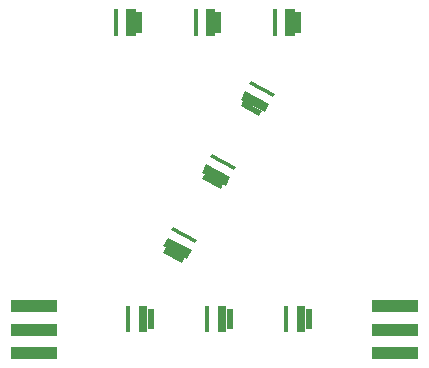
<source format=gts>
G04 #@! TF.FileFunction,Soldermask,Top*
%FSLAX46Y46*%
G04 Gerber Fmt 4.6, Leading zero omitted, Abs format (unit mm)*
G04 Created by KiCad (PCBNEW 4.0.0-rc2-stable) date 3/3/2016 3:49:37 PM*
%MOMM*%
G01*
G04 APERTURE LIST*
%ADD10C,0.150000*%
%ADD11R,0.500000X1.800000*%
%ADD12R,0.320000X2.300000*%
%ADD13R,0.800000X2.300000*%
%ADD14R,4.000000X1.000000*%
%ADD15C,0.600000*%
G04 APERTURE END LIST*
D10*
D11*
X72309650Y-47261530D03*
D12*
X70409650Y-47261530D03*
D13*
X71659650Y-47261530D03*
D11*
X65607570Y-47261530D03*
D12*
X63707570Y-47261530D03*
D13*
X64957570Y-47261530D03*
D11*
X58905486Y-47261530D03*
D12*
X57005486Y-47261530D03*
D13*
X58255486Y-47261530D03*
D10*
G36*
X71611491Y-21298838D02*
X71611299Y-23098838D01*
X71111299Y-23098784D01*
X71111491Y-21298784D01*
X71611491Y-21298838D01*
X71611491Y-21298838D01*
G37*
G36*
X69621517Y-21048626D02*
X69621273Y-23348626D01*
X69301273Y-23348592D01*
X69301517Y-21048592D01*
X69621517Y-21048626D01*
X69621517Y-21048626D01*
G37*
G36*
X71111517Y-21048785D02*
X71111273Y-23348785D01*
X70311273Y-23348699D01*
X70311517Y-21048699D01*
X71111517Y-21048785D01*
X71111517Y-21048785D01*
G37*
G36*
X64880744Y-21298121D02*
X64880552Y-23098121D01*
X64380552Y-23098067D01*
X64380744Y-21298067D01*
X64880744Y-21298121D01*
X64880744Y-21298121D01*
G37*
G36*
X62890770Y-21047909D02*
X62890526Y-23347909D01*
X62570526Y-23347875D01*
X62570770Y-21047875D01*
X62890770Y-21047909D01*
X62890770Y-21047909D01*
G37*
G36*
X64380770Y-21048068D02*
X64380526Y-23348068D01*
X63580526Y-23347982D01*
X63580770Y-21047982D01*
X64380770Y-21048068D01*
X64380770Y-21048068D01*
G37*
G36*
X58149996Y-21297403D02*
X58149804Y-23097403D01*
X57649804Y-23097349D01*
X57649996Y-21297349D01*
X58149996Y-21297403D01*
X58149996Y-21297403D01*
G37*
G36*
X56160022Y-21047191D02*
X56159778Y-23347191D01*
X55839778Y-23347157D01*
X55840022Y-21047157D01*
X56160022Y-21047191D01*
X56160022Y-21047191D01*
G37*
G36*
X57650022Y-21047350D02*
X57649778Y-23347350D01*
X56849778Y-23347264D01*
X56850022Y-21047264D01*
X57650022Y-21047350D01*
X57650022Y-21047350D01*
G37*
G36*
X61546739Y-42507250D02*
X59956676Y-41663628D01*
X60191015Y-41221944D01*
X61781078Y-42065566D01*
X61546739Y-42507250D01*
X61546739Y-42507250D01*
G37*
G36*
X62700252Y-40866517D02*
X60668505Y-39788555D01*
X60818482Y-39505877D01*
X62850229Y-40583839D01*
X62700252Y-40866517D01*
X62700252Y-40866517D01*
G37*
G36*
X62001920Y-42182735D02*
X59970173Y-41104773D01*
X60345116Y-40398079D01*
X62376863Y-41476041D01*
X62001920Y-42182735D01*
X62001920Y-42182735D01*
G37*
G36*
X64831941Y-36315279D02*
X63241878Y-35471657D01*
X63476217Y-35029973D01*
X65066280Y-35873595D01*
X64831941Y-36315279D01*
X64831941Y-36315279D01*
G37*
G36*
X65985454Y-34674546D02*
X63953707Y-33596584D01*
X64103684Y-33313906D01*
X66135431Y-34391868D01*
X65985454Y-34674546D01*
X65985454Y-34674546D01*
G37*
G36*
X65287122Y-35990764D02*
X63255375Y-34912802D01*
X63630318Y-34206108D01*
X65662065Y-35284070D01*
X65287122Y-35990764D01*
X65287122Y-35990764D01*
G37*
G36*
X68117151Y-30123314D02*
X66527088Y-29279692D01*
X66761427Y-28838008D01*
X68351490Y-29681630D01*
X68117151Y-30123314D01*
X68117151Y-30123314D01*
G37*
G36*
X69270664Y-28482581D02*
X67238917Y-27404619D01*
X67388894Y-27121941D01*
X69420641Y-28199903D01*
X69270664Y-28482581D01*
X69270664Y-28482581D01*
G37*
G36*
X68572332Y-29798799D02*
X66540585Y-28720837D01*
X66915528Y-28014143D01*
X68947275Y-29092105D01*
X68572332Y-29798799D01*
X68572332Y-29798799D01*
G37*
D14*
X79618670Y-50192207D03*
X79618670Y-48192207D03*
X79618670Y-46192207D03*
D15*
X78618670Y-50192207D03*
X78618670Y-48192207D03*
X78618670Y-46192207D03*
D14*
X49020840Y-46192207D03*
X49020840Y-48192207D03*
X49020840Y-50192207D03*
D15*
X50020840Y-46192207D03*
X50020840Y-48192207D03*
X50020840Y-50192207D03*
M02*

</source>
